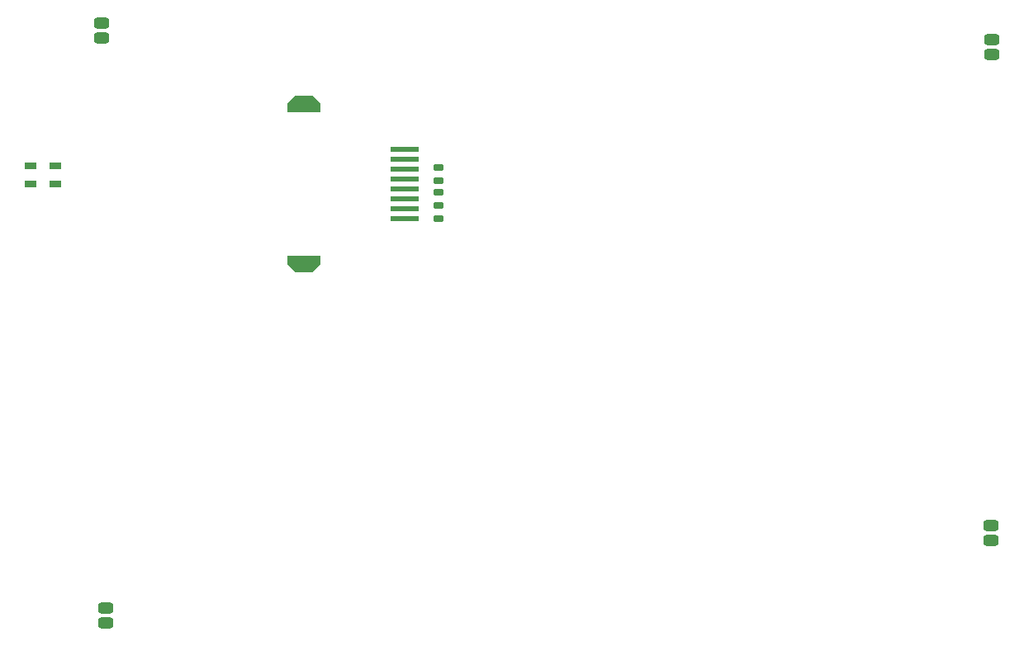
<source format=gbp>
G04*
G04 #@! TF.GenerationSoftware,Altium Limited,Altium Designer,18.1.9 (240)*
G04*
G04 Layer_Color=128*
%FSLAX25Y25*%
%MOIN*%
G70*
G01*
G75*
G04:AMPARAMS|DCode=64|XSize=27.13mil|YSize=37.37mil|CornerRadius=4.83mil|HoleSize=0mil|Usage=FLASHONLY|Rotation=90.000|XOffset=0mil|YOffset=0mil|HoleType=Round|Shape=RoundedRectangle|*
%AMROUNDEDRECTD64*
21,1,0.02713,0.02772,0,0,90.0*
21,1,0.01748,0.03737,0,0,90.0*
1,1,0.00965,0.01386,0.00874*
1,1,0.00965,0.01386,-0.00874*
1,1,0.00965,-0.01386,-0.00874*
1,1,0.00965,-0.01386,0.00874*
%
%ADD64ROUNDEDRECTD64*%
%ADD335R,0.11808X0.02202*%
%ADD336R,0.04721X0.03147*%
G04:AMPARAMS|DCode=337|XSize=44mil|YSize=61mil|CornerRadius=10.5mil|HoleSize=0mil|Usage=FLASHONLY|Rotation=90.000|XOffset=0mil|YOffset=0mil|HoleType=Round|Shape=RoundedRectangle|*
%AMROUNDEDRECTD337*
21,1,0.04400,0.04000,0,0,90.0*
21,1,0.02300,0.06100,0,0,90.0*
1,1,0.02100,0.02000,0.01150*
1,1,0.02100,0.02000,-0.01150*
1,1,0.02100,-0.02000,-0.01150*
1,1,0.02100,-0.02000,0.01150*
%
%ADD337ROUNDEDRECTD337*%
G36*
X21161Y-71752D02*
X34272Y-71752D01*
X34271Y-75414D01*
X31161Y-78524D01*
X24272Y-78524D01*
X21162Y-75413D01*
X21161Y-71752D01*
D02*
G37*
G36*
Y-13878D02*
X34272Y-13878D01*
X34271Y-10216D01*
X31161Y-7106D01*
X24272Y-7106D01*
X21162Y-10217D01*
X21161Y-13878D01*
D02*
G37*
G54D64*
X82087Y-56811D02*
D03*
Y-51456D02*
D03*
Y-51496D02*
D03*
Y-46141D02*
D03*
Y-41358D02*
D03*
Y-36004D02*
D03*
G54D335*
X68405Y-52854D02*
D03*
Y-48839D02*
D03*
Y-28760D02*
D03*
Y-32776D02*
D03*
Y-36791D02*
D03*
Y-40807D02*
D03*
Y-44823D02*
D03*
Y-56870D02*
D03*
G54D336*
X-82700Y-42842D02*
D03*
Y-35558D02*
D03*
X-72500D02*
D03*
Y-42842D02*
D03*
G54D337*
X305217Y-186858D02*
D03*
Y-180858D02*
D03*
X-53900Y22100D02*
D03*
Y16100D02*
D03*
X-52100Y-214000D02*
D03*
Y-220000D02*
D03*
X305300Y15500D02*
D03*
Y9500D02*
D03*
M02*

</source>
